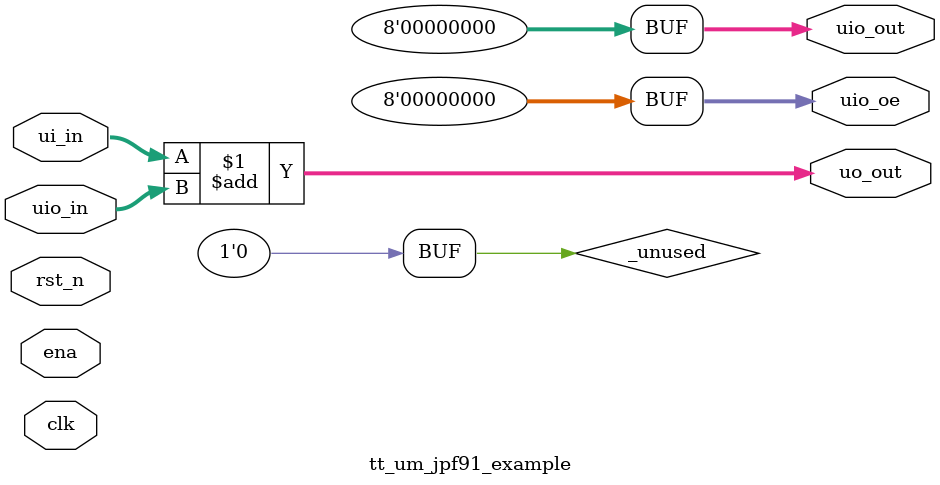
<source format=v>
/*
 * Copyright (c) 2024 Your Name
 * SPDX-License-Identifier: Apache-2.0
 */

`default_nettype none

module tt_um_jpf91_example (
    input  wire [7:0] ui_in,    // Dedicated inputs
    output wire [7:0] uo_out,   // Dedicated outputs
    input  wire [7:0] uio_in,   // IOs: Input path
    output wire [7:0] uio_out,  // IOs: Output path
    output wire [7:0] uio_oe,   // IOs: Enable path (active high: 0=input, 1=output)
    input  wire       ena,      // always 1 when the design is powered, so you can ignore it
    input  wire       clk,      // clock
    input  wire       rst_n     // reset_n - low to reset
);

  // All output pins must be assigned. If not used, assign to 0.
  assign uo_out  = ui_in + uio_in;  // Example: ou_out is the sum of ui_in and uio_in
  assign uio_out = 0;
  assign uio_oe  = 0;

  // List all unused inputs to prevent warnings
  wire _unused = &{ena, clk, rst_n, 1'b0};

endmodule

</source>
